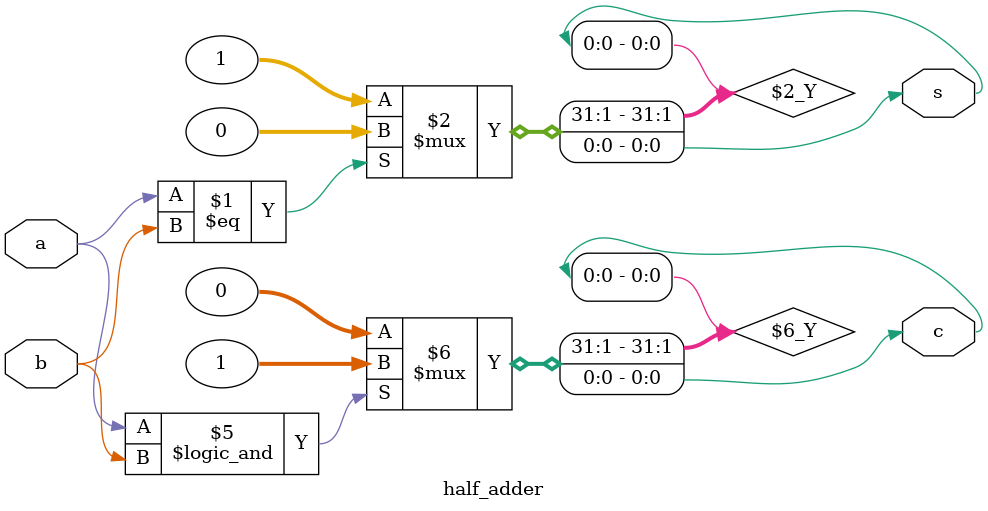
<source format=v>
module half_adder(a,b,s,c);
input wire a,b;
output wire s,c;
assign s=(a==b) ?0:1;
assign c=(a==1 && b==1)?1:0;
endmodule

</source>
